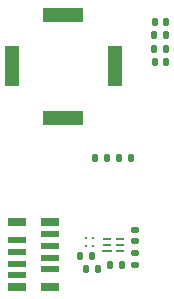
<source format=gbr>
%TF.GenerationSoftware,KiCad,Pcbnew,(6.0.11-0)*%
%TF.CreationDate,2023-03-16T18:41:31-05:00*%
%TF.ProjectId,STEP,53544550-2e6b-4696-9361-645f70636258,rev?*%
%TF.SameCoordinates,Original*%
%TF.FileFunction,Paste,Bot*%
%TF.FilePolarity,Positive*%
%FSLAX46Y46*%
G04 Gerber Fmt 4.6, Leading zero omitted, Abs format (unit mm)*
G04 Created by KiCad (PCBNEW (6.0.11-0)) date 2023-03-16 18:41:31*
%MOMM*%
%LPD*%
G01*
G04 APERTURE LIST*
G04 Aperture macros list*
%AMRoundRect*
0 Rectangle with rounded corners*
0 $1 Rounding radius*
0 $2 $3 $4 $5 $6 $7 $8 $9 X,Y pos of 4 corners*
0 Add a 4 corners polygon primitive as box body*
4,1,4,$2,$3,$4,$5,$6,$7,$8,$9,$2,$3,0*
0 Add four circle primitives for the rounded corners*
1,1,$1+$1,$2,$3*
1,1,$1+$1,$4,$5*
1,1,$1+$1,$6,$7*
1,1,$1+$1,$8,$9*
0 Add four rect primitives between the rounded corners*
20,1,$1+$1,$2,$3,$4,$5,0*
20,1,$1+$1,$4,$5,$6,$7,0*
20,1,$1+$1,$6,$7,$8,$9,0*
20,1,$1+$1,$8,$9,$2,$3,0*%
G04 Aperture macros list end*
%ADD10R,1.500000X0.800000*%
%ADD11R,1.500000X0.600000*%
%ADD12R,1.300000X3.400000*%
%ADD13R,3.400000X1.300000*%
%ADD14R,0.750000X0.280000*%
%ADD15R,0.850000X0.280000*%
%ADD16RoundRect,0.135000X-0.135000X-0.185000X0.135000X-0.185000X0.135000X0.185000X-0.135000X0.185000X0*%
%ADD17RoundRect,0.135000X0.135000X0.185000X-0.135000X0.185000X-0.135000X-0.185000X0.135000X-0.185000X0*%
%ADD18RoundRect,0.135000X-0.185000X0.135000X-0.185000X-0.135000X0.185000X-0.135000X0.185000X0.135000X0*%
%ADD19C,0.330000*%
%ADD20RoundRect,0.140000X0.140000X0.170000X-0.140000X0.170000X-0.140000X-0.170000X0.140000X-0.170000X0*%
%ADD21RoundRect,0.140000X-0.140000X-0.170000X0.140000X-0.170000X0.140000X0.170000X-0.140000X0.170000X0*%
%ADD22RoundRect,0.140000X0.170000X-0.140000X0.170000X0.140000X-0.170000X0.140000X-0.170000X-0.140000X0*%
G04 APERTURE END LIST*
D10*
%TO.C,J1*%
X92215500Y-119483000D03*
X95015500Y-119483000D03*
X95015500Y-113983000D03*
X92215500Y-113983000D03*
D11*
X92215500Y-118483000D03*
X95015500Y-117983000D03*
X92215500Y-117483000D03*
X95015500Y-116983000D03*
X92215500Y-116483000D03*
X95015500Y-115983000D03*
X92215500Y-115483000D03*
X95015500Y-114983000D03*
%TD*%
D12*
%TO.C,U8*%
X100489000Y-100769500D03*
X91789000Y-100769500D03*
%TD*%
D13*
%TO.C,U6*%
X96139000Y-105119500D03*
X96139000Y-96419500D03*
%TD*%
D14*
%TO.C,U2*%
X100965000Y-116443000D03*
X100965000Y-115943000D03*
X100965000Y-115443000D03*
X99815000Y-115443000D03*
X99815000Y-115943000D03*
D15*
X99865000Y-116443000D03*
%TD*%
D16*
%TO.C,R18*%
X103856000Y-99314000D03*
X104876000Y-99314000D03*
%TD*%
D17*
%TO.C,R17*%
X104876000Y-98171000D03*
X103856000Y-98171000D03*
%TD*%
D16*
%TO.C,R8*%
X100862000Y-108585000D03*
X101882000Y-108585000D03*
%TD*%
D17*
%TO.C,R4*%
X98042000Y-117983000D03*
X99062000Y-117983000D03*
%TD*%
%TO.C,R3*%
X100074000Y-117602000D03*
X101094000Y-117602000D03*
%TD*%
D16*
%TO.C,R2*%
X98554000Y-116840000D03*
X97534000Y-116840000D03*
%TD*%
D18*
%TO.C,R1*%
X102235000Y-117604000D03*
X102235000Y-116584000D03*
%TD*%
D19*
%TO.C,Q1*%
X98690500Y-115962500D03*
X98040500Y-115962500D03*
X98690500Y-115312500D03*
X98040500Y-115312500D03*
%TD*%
D20*
%TO.C,C17*%
X104846000Y-100457000D03*
X103886000Y-100457000D03*
%TD*%
D21*
%TO.C,C16*%
X103914000Y-97028000D03*
X104874000Y-97028000D03*
%TD*%
D20*
%TO.C,C7*%
X99822000Y-108585000D03*
X98862000Y-108585000D03*
%TD*%
D22*
%TO.C,C2*%
X102235000Y-114610000D03*
X102235000Y-115570000D03*
%TD*%
M02*

</source>
